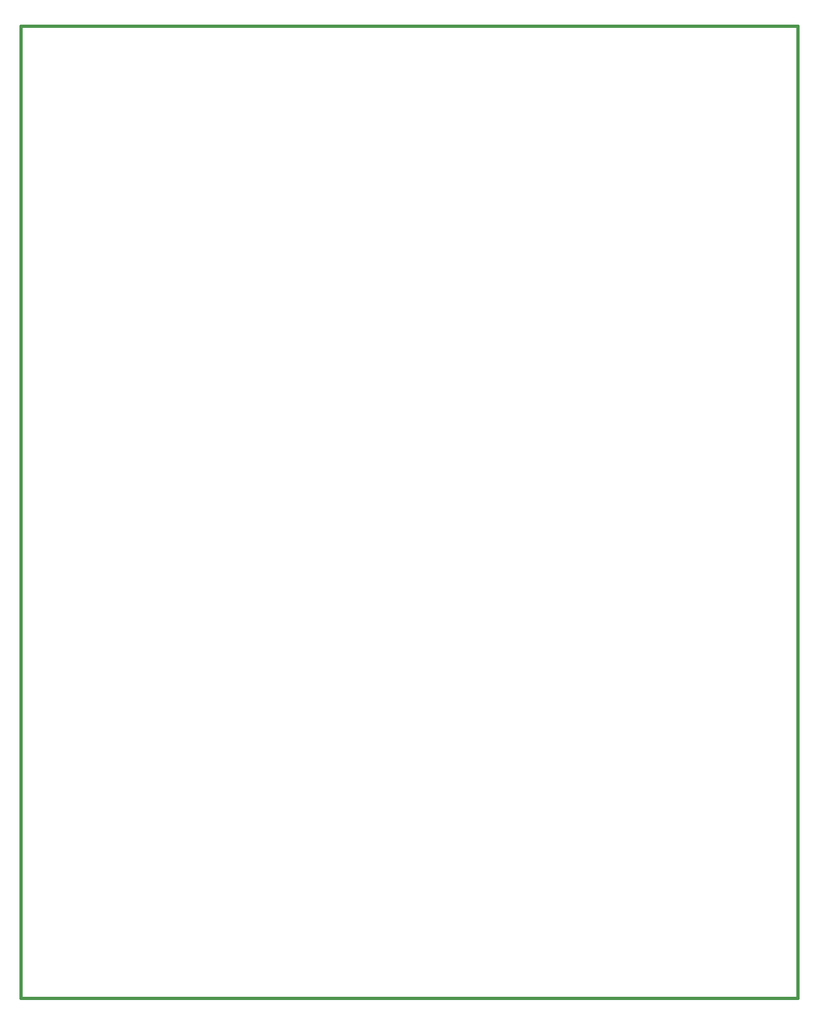
<source format=gbo>
G04 (created by PCBNEW-RS274X (2010-05-05 BZR 2356)-stable) date 7/8/2010 2:38:28 PM*
G01*
G70*
G90*
%MOIN*%
G04 Gerber Fmt 3.4, Leading zero omitted, Abs format*
%FSLAX34Y34*%
G04 APERTURE LIST*
%ADD10C,0.001000*%
%ADD11C,0.015000*%
G04 APERTURE END LIST*
G54D10*
G54D11*
X38000Y-64500D02*
X38000Y-14500D01*
X78000Y-64500D02*
X38000Y-64500D01*
X78000Y-14500D02*
X78000Y-64500D01*
X38000Y-14500D02*
X78000Y-14500D01*
M02*

</source>
